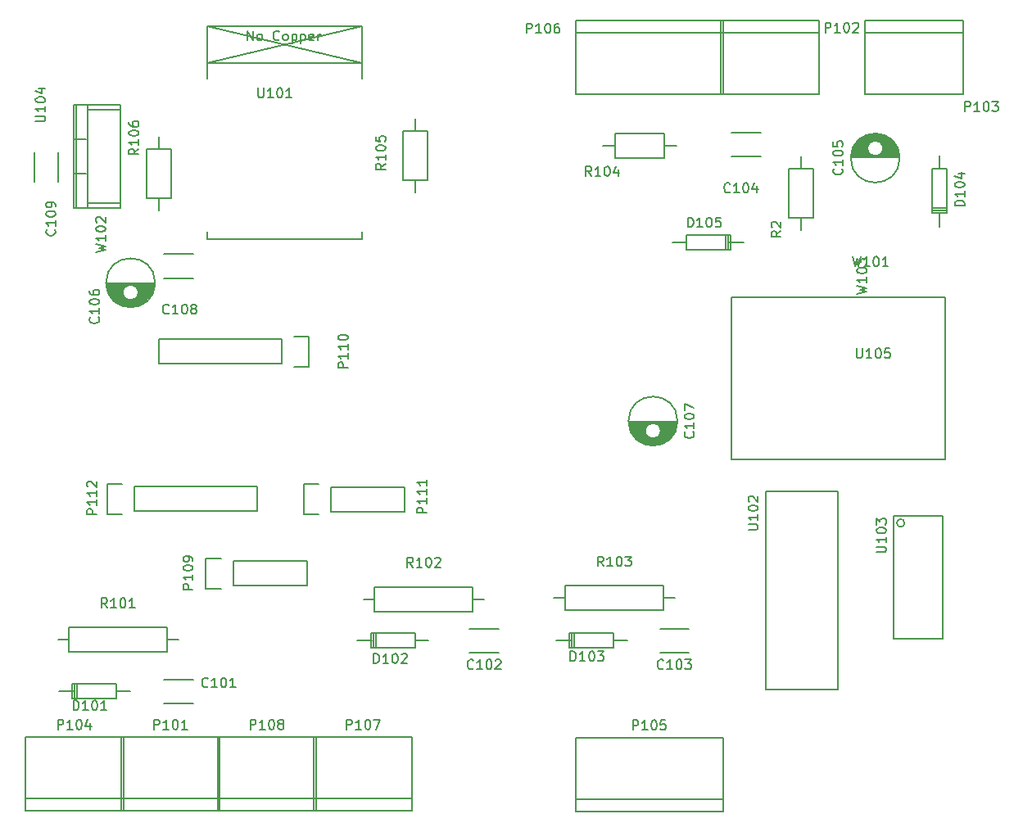
<source format=gbr>
G04 #@! TF.FileFunction,Legend,Top*
%FSLAX46Y46*%
G04 Gerber Fmt 4.6, Leading zero omitted, Abs format (unit mm)*
G04 Created by KiCad (PCBNEW 4.0.2+dfsg1-stable) date mié 17 may 2017 11:05:43 CEST*
%MOMM*%
G01*
G04 APERTURE LIST*
%ADD10C,0.100000*%
%ADD11C,0.150000*%
%ADD12C,0.152400*%
G04 APERTURE END LIST*
D10*
D11*
X131316520Y-109797460D02*
X132713520Y-109797460D01*
X126871520Y-109797460D02*
X125347520Y-109797460D01*
X127252520Y-109035460D02*
X127252520Y-110559460D01*
X126998520Y-109035460D02*
X126998520Y-110559460D01*
X126744520Y-109797460D02*
X126744520Y-110559460D01*
X126744520Y-110559460D02*
X131316520Y-110559460D01*
X131316520Y-110559460D02*
X131316520Y-109035460D01*
X131316520Y-109035460D02*
X126744520Y-109035460D01*
X126744520Y-109035460D02*
X126744520Y-109797460D01*
X185497460Y-61033480D02*
X185497460Y-59636480D01*
X185497460Y-65478480D02*
X185497460Y-67002480D01*
X184735460Y-65097480D02*
X186259460Y-65097480D01*
X184735460Y-65351480D02*
X186259460Y-65351480D01*
X185497460Y-65605480D02*
X186259460Y-65605480D01*
X186259460Y-65605480D02*
X186259460Y-61033480D01*
X186259460Y-61033480D02*
X184735460Y-61033480D01*
X184735460Y-61033480D02*
X184735460Y-65605480D01*
X184735460Y-65605480D02*
X185497460Y-65605480D01*
X100441520Y-114997460D02*
X101838520Y-114997460D01*
X95996520Y-114997460D02*
X94472520Y-114997460D01*
X96377520Y-114235460D02*
X96377520Y-115759460D01*
X96123520Y-114235460D02*
X96123520Y-115759460D01*
X95869520Y-114997460D02*
X95869520Y-115759460D01*
X95869520Y-115759460D02*
X100441520Y-115759460D01*
X100441520Y-115759460D02*
X100441520Y-114235460D01*
X100441520Y-114235460D02*
X95869520Y-114235460D01*
X95869520Y-114235460D02*
X95869520Y-114997460D01*
X108350000Y-116300000D02*
X105350000Y-116300000D01*
X105350000Y-113800000D02*
X108350000Y-113800000D01*
X139950000Y-111050000D02*
X136950000Y-111050000D01*
X136950000Y-108550000D02*
X139950000Y-108550000D01*
X159600000Y-111050000D02*
X156600000Y-111050000D01*
X156600000Y-108550000D02*
X159600000Y-108550000D01*
X167050000Y-59775000D02*
X164050000Y-59775000D01*
X164050000Y-57275000D02*
X167050000Y-57275000D01*
X151816520Y-109797460D02*
X153213520Y-109797460D01*
X147371520Y-109797460D02*
X145847520Y-109797460D01*
X147752520Y-109035460D02*
X147752520Y-110559460D01*
X147498520Y-109035460D02*
X147498520Y-110559460D01*
X147244520Y-109797460D02*
X147244520Y-110559460D01*
X147244520Y-110559460D02*
X151816520Y-110559460D01*
X151816520Y-110559460D02*
X151816520Y-109035460D01*
X151816520Y-109035460D02*
X147244520Y-109035460D01*
X147244520Y-109035460D02*
X147244520Y-109797460D01*
X162920000Y-46960000D02*
X173080000Y-46960000D01*
X162920000Y-45690000D02*
X162920000Y-53310000D01*
X162920000Y-53310000D02*
X173080000Y-53310000D01*
X173080000Y-53310000D02*
X173080000Y-45690000D01*
X173080000Y-45690000D02*
X162920000Y-45690000D01*
X177845000Y-46985000D02*
X188005000Y-46985000D01*
X177845000Y-45715000D02*
X177845000Y-53335000D01*
X177845000Y-53335000D02*
X188005000Y-53335000D01*
X188005000Y-53335000D02*
X188005000Y-45715000D01*
X188005000Y-45715000D02*
X177845000Y-45715000D01*
X163120000Y-45715000D02*
X163120000Y-53335000D01*
X147880000Y-45715000D02*
X147880000Y-53335000D01*
X163120000Y-46985000D02*
X147880000Y-46985000D01*
X163120000Y-53335000D02*
X147880000Y-53335000D01*
X163120000Y-45715000D02*
X147880000Y-45715000D01*
X169955000Y-66085000D02*
X169955000Y-61005000D01*
X169955000Y-61005000D02*
X172495000Y-61005000D01*
X172495000Y-61005000D02*
X172495000Y-66085000D01*
X172495000Y-66085000D02*
X169955000Y-66085000D01*
X171225000Y-66085000D02*
X171225000Y-67355000D01*
X171225000Y-61005000D02*
X171225000Y-59735000D01*
X151965000Y-57355000D02*
X157045000Y-57355000D01*
X157045000Y-57355000D02*
X157045000Y-59895000D01*
X157045000Y-59895000D02*
X151965000Y-59895000D01*
X151965000Y-59895000D02*
X151965000Y-57355000D01*
X151965000Y-58625000D02*
X150695000Y-58625000D01*
X157045000Y-58625000D02*
X158315000Y-58625000D01*
X175025000Y-94325000D02*
X175025000Y-114825000D01*
X175025000Y-114825000D02*
X167525000Y-114825000D01*
X167525000Y-114825000D02*
X167525000Y-94325000D01*
X167525000Y-94325000D02*
X175025000Y-94325000D01*
X181900780Y-97625000D02*
G75*
G03X181900780Y-97625000I-400780J0D01*
G01*
X180740000Y-96895000D02*
X180740000Y-109595000D01*
X180740000Y-109595000D02*
X185820000Y-109595000D01*
X185820000Y-109595000D02*
X185820000Y-96895000D01*
X185820000Y-96895000D02*
X180740000Y-96895000D01*
X176376000Y-59825000D02*
X181374000Y-59825000D01*
X176384000Y-59685000D02*
X178721000Y-59685000D01*
X179029000Y-59685000D02*
X181366000Y-59685000D01*
X176400000Y-59545000D02*
X178402000Y-59545000D01*
X179348000Y-59545000D02*
X181350000Y-59545000D01*
X176424000Y-59405000D02*
X178255000Y-59405000D01*
X179495000Y-59405000D02*
X181326000Y-59405000D01*
X176457000Y-59265000D02*
X178163000Y-59265000D01*
X179587000Y-59265000D02*
X181293000Y-59265000D01*
X176498000Y-59125000D02*
X178107000Y-59125000D01*
X179643000Y-59125000D02*
X181252000Y-59125000D01*
X176548000Y-58985000D02*
X178080000Y-58985000D01*
X179670000Y-58985000D02*
X181202000Y-58985000D01*
X176609000Y-58845000D02*
X178077000Y-58845000D01*
X179673000Y-58845000D02*
X181141000Y-58845000D01*
X176679000Y-58705000D02*
X178099000Y-58705000D01*
X179651000Y-58705000D02*
X181071000Y-58705000D01*
X176761000Y-58565000D02*
X178149000Y-58565000D01*
X179601000Y-58565000D02*
X180989000Y-58565000D01*
X176856000Y-58425000D02*
X178231000Y-58425000D01*
X179519000Y-58425000D02*
X180894000Y-58425000D01*
X176967000Y-58285000D02*
X178363000Y-58285000D01*
X179387000Y-58285000D02*
X180783000Y-58285000D01*
X177095000Y-58145000D02*
X178610000Y-58145000D01*
X179140000Y-58145000D02*
X180655000Y-58145000D01*
X177244000Y-58005000D02*
X180506000Y-58005000D01*
X177423000Y-57865000D02*
X180327000Y-57865000D01*
X177642000Y-57725000D02*
X180108000Y-57725000D01*
X177931000Y-57585000D02*
X179819000Y-57585000D01*
X178403000Y-57445000D02*
X179347000Y-57445000D01*
X179675000Y-58900000D02*
G75*
G03X179675000Y-58900000I-800000J0D01*
G01*
X181412500Y-59900000D02*
G75*
G03X181412500Y-59900000I-2537500J0D01*
G01*
X104399000Y-72875000D02*
X99401000Y-72875000D01*
X104391000Y-73015000D02*
X102054000Y-73015000D01*
X101746000Y-73015000D02*
X99409000Y-73015000D01*
X104375000Y-73155000D02*
X102373000Y-73155000D01*
X101427000Y-73155000D02*
X99425000Y-73155000D01*
X104351000Y-73295000D02*
X102520000Y-73295000D01*
X101280000Y-73295000D02*
X99449000Y-73295000D01*
X104318000Y-73435000D02*
X102612000Y-73435000D01*
X101188000Y-73435000D02*
X99482000Y-73435000D01*
X104277000Y-73575000D02*
X102668000Y-73575000D01*
X101132000Y-73575000D02*
X99523000Y-73575000D01*
X104227000Y-73715000D02*
X102695000Y-73715000D01*
X101105000Y-73715000D02*
X99573000Y-73715000D01*
X104166000Y-73855000D02*
X102698000Y-73855000D01*
X101102000Y-73855000D02*
X99634000Y-73855000D01*
X104096000Y-73995000D02*
X102676000Y-73995000D01*
X101124000Y-73995000D02*
X99704000Y-73995000D01*
X104014000Y-74135000D02*
X102626000Y-74135000D01*
X101174000Y-74135000D02*
X99786000Y-74135000D01*
X103919000Y-74275000D02*
X102544000Y-74275000D01*
X101256000Y-74275000D02*
X99881000Y-74275000D01*
X103808000Y-74415000D02*
X102412000Y-74415000D01*
X101388000Y-74415000D02*
X99992000Y-74415000D01*
X103680000Y-74555000D02*
X102165000Y-74555000D01*
X101635000Y-74555000D02*
X100120000Y-74555000D01*
X103531000Y-74695000D02*
X100269000Y-74695000D01*
X103352000Y-74835000D02*
X100448000Y-74835000D01*
X103133000Y-74975000D02*
X100667000Y-74975000D01*
X102844000Y-75115000D02*
X100956000Y-75115000D01*
X102372000Y-75255000D02*
X101428000Y-75255000D01*
X102700000Y-73800000D02*
G75*
G03X102700000Y-73800000I-800000J0D01*
G01*
X104437500Y-72800000D02*
G75*
G03X104437500Y-72800000I-2537500J0D01*
G01*
X158399000Y-87175000D02*
X153401000Y-87175000D01*
X158391000Y-87315000D02*
X156054000Y-87315000D01*
X155746000Y-87315000D02*
X153409000Y-87315000D01*
X158375000Y-87455000D02*
X156373000Y-87455000D01*
X155427000Y-87455000D02*
X153425000Y-87455000D01*
X158351000Y-87595000D02*
X156520000Y-87595000D01*
X155280000Y-87595000D02*
X153449000Y-87595000D01*
X158318000Y-87735000D02*
X156612000Y-87735000D01*
X155188000Y-87735000D02*
X153482000Y-87735000D01*
X158277000Y-87875000D02*
X156668000Y-87875000D01*
X155132000Y-87875000D02*
X153523000Y-87875000D01*
X158227000Y-88015000D02*
X156695000Y-88015000D01*
X155105000Y-88015000D02*
X153573000Y-88015000D01*
X158166000Y-88155000D02*
X156698000Y-88155000D01*
X155102000Y-88155000D02*
X153634000Y-88155000D01*
X158096000Y-88295000D02*
X156676000Y-88295000D01*
X155124000Y-88295000D02*
X153704000Y-88295000D01*
X158014000Y-88435000D02*
X156626000Y-88435000D01*
X155174000Y-88435000D02*
X153786000Y-88435000D01*
X157919000Y-88575000D02*
X156544000Y-88575000D01*
X155256000Y-88575000D02*
X153881000Y-88575000D01*
X157808000Y-88715000D02*
X156412000Y-88715000D01*
X155388000Y-88715000D02*
X153992000Y-88715000D01*
X157680000Y-88855000D02*
X156165000Y-88855000D01*
X155635000Y-88855000D02*
X154120000Y-88855000D01*
X157531000Y-88995000D02*
X154269000Y-88995000D01*
X157352000Y-89135000D02*
X154448000Y-89135000D01*
X157133000Y-89275000D02*
X154667000Y-89275000D01*
X156844000Y-89415000D02*
X154956000Y-89415000D01*
X156372000Y-89555000D02*
X155428000Y-89555000D01*
X156700000Y-88100000D02*
G75*
G03X156700000Y-88100000I-800000J0D01*
G01*
X158437500Y-87100000D02*
G75*
G03X158437500Y-87100000I-2537500J0D01*
G01*
X163999000Y-91082000D02*
X163999000Y-74318000D01*
X163999000Y-74318000D02*
X186097000Y-74318000D01*
X186097000Y-74318000D02*
X186097000Y-91082000D01*
X186097000Y-91082000D02*
X163999000Y-91082000D01*
X108350000Y-72350000D02*
X105350000Y-72350000D01*
X105350000Y-69850000D02*
X108350000Y-69850000D01*
X91950000Y-62350000D02*
X91950000Y-59350000D01*
X94450000Y-59350000D02*
X94450000Y-62350000D01*
X117522500Y-81172500D02*
X104822500Y-81172500D01*
X104822500Y-81172500D02*
X104822500Y-78632500D01*
X104822500Y-78632500D02*
X117522500Y-78632500D01*
X120342500Y-81452500D02*
X118792500Y-81452500D01*
X117522500Y-81172500D02*
X117522500Y-78632500D01*
X118792500Y-78352500D02*
X120342500Y-78352500D01*
X120342500Y-78352500D02*
X120342500Y-81452500D01*
X112495000Y-104120000D02*
X120115000Y-104120000D01*
X112495000Y-101580000D02*
X120115000Y-101580000D01*
X109675000Y-101300000D02*
X111225000Y-101300000D01*
X120115000Y-104120000D02*
X120115000Y-101580000D01*
X112495000Y-101580000D02*
X112495000Y-104120000D01*
X111225000Y-104400000D02*
X109675000Y-104400000D01*
X109675000Y-104400000D02*
X109675000Y-101300000D01*
X122592500Y-96452500D02*
X130212500Y-96452500D01*
X122592500Y-93912500D02*
X130212500Y-93912500D01*
X119772500Y-93632500D02*
X121322500Y-93632500D01*
X130212500Y-96452500D02*
X130212500Y-93912500D01*
X122592500Y-93912500D02*
X122592500Y-96452500D01*
X121322500Y-96732500D02*
X119772500Y-96732500D01*
X119772500Y-96732500D02*
X119772500Y-93632500D01*
X102282500Y-93872500D02*
X114982500Y-93872500D01*
X114982500Y-93872500D02*
X114982500Y-96412500D01*
X114982500Y-96412500D02*
X102282500Y-96412500D01*
X99462500Y-93592500D02*
X101012500Y-93592500D01*
X102282500Y-93872500D02*
X102282500Y-96412500D01*
X101012500Y-96692500D02*
X99462500Y-96692500D01*
X99462500Y-96692500D02*
X99462500Y-93592500D01*
X159333480Y-68627540D02*
X157936480Y-68627540D01*
X163778480Y-68627540D02*
X165302480Y-68627540D01*
X163397480Y-69389540D02*
X163397480Y-67865540D01*
X163651480Y-69389540D02*
X163651480Y-67865540D01*
X163905480Y-68627540D02*
X163905480Y-67865540D01*
X163905480Y-67865540D02*
X159333480Y-67865540D01*
X159333480Y-67865540D02*
X159333480Y-69389540D01*
X159333480Y-69389540D02*
X163905480Y-69389540D01*
X163905480Y-69389540D02*
X163905480Y-68627540D01*
X130030000Y-62160000D02*
X130030000Y-57080000D01*
X130030000Y-57080000D02*
X132570000Y-57080000D01*
X132570000Y-57080000D02*
X132570000Y-62160000D01*
X132570000Y-62160000D02*
X130030000Y-62160000D01*
X131300000Y-62160000D02*
X131300000Y-63430000D01*
X131300000Y-57080000D02*
X131300000Y-55810000D01*
X103530000Y-64060000D02*
X103530000Y-58980000D01*
X103530000Y-58980000D02*
X106070000Y-58980000D01*
X106070000Y-58980000D02*
X106070000Y-64060000D01*
X106070000Y-64060000D02*
X103530000Y-64060000D01*
X104800000Y-64060000D02*
X104800000Y-65330000D01*
X104800000Y-58980000D02*
X104800000Y-57710000D01*
X97449000Y-54874000D02*
X100878000Y-54874000D01*
X97449000Y-64526000D02*
X100878000Y-64526000D01*
X96306000Y-54366000D02*
X96306000Y-65034000D01*
X97322000Y-57922000D02*
X96052000Y-57922000D01*
X97322000Y-61478000D02*
X96052000Y-61478000D01*
X97449000Y-65034000D02*
X97449000Y-54366000D01*
X100878000Y-54366000D02*
X100878000Y-65034000D01*
X96052000Y-65034000D02*
X100878000Y-65034000D01*
X96052000Y-54366000D02*
X100878000Y-54366000D01*
X96052000Y-54366000D02*
X96052000Y-65034000D01*
X147880000Y-127460000D02*
X147880000Y-119840000D01*
X163120000Y-127460000D02*
X163120000Y-119840000D01*
X147880000Y-126190000D02*
X163120000Y-126190000D01*
X147880000Y-119840000D02*
X163120000Y-119840000D01*
X147880000Y-127460000D02*
X163120000Y-127460000D01*
X111105000Y-126140000D02*
X100945000Y-126140000D01*
X111105000Y-127410000D02*
X111105000Y-119790000D01*
X111105000Y-119790000D02*
X100945000Y-119790000D01*
X100945000Y-119790000D02*
X100945000Y-127410000D01*
X100945000Y-127410000D02*
X111105000Y-127410000D01*
X101155000Y-126140000D02*
X90995000Y-126140000D01*
X101155000Y-127410000D02*
X101155000Y-119790000D01*
X101155000Y-119790000D02*
X90995000Y-119790000D01*
X90995000Y-119790000D02*
X90995000Y-127410000D01*
X90995000Y-127410000D02*
X101155000Y-127410000D01*
X131005000Y-126140000D02*
X120845000Y-126140000D01*
X131005000Y-127410000D02*
X131005000Y-119790000D01*
X131005000Y-119790000D02*
X120845000Y-119790000D01*
X120845000Y-119790000D02*
X120845000Y-127410000D01*
X120845000Y-127410000D02*
X131005000Y-127410000D01*
X121055000Y-126140000D02*
X110895000Y-126140000D01*
X121055000Y-127410000D02*
X121055000Y-119790000D01*
X121055000Y-119790000D02*
X110895000Y-119790000D01*
X110895000Y-119790000D02*
X110895000Y-127410000D01*
X110895000Y-127410000D02*
X121055000Y-127410000D01*
X95520000Y-108430000D02*
X95520000Y-110970000D01*
X95520000Y-110970000D02*
X105680000Y-110970000D01*
X105680000Y-110970000D02*
X105680000Y-108430000D01*
X105680000Y-108430000D02*
X95520000Y-108430000D01*
X106830000Y-109700000D02*
X105680000Y-109700000D01*
X94370000Y-109700000D02*
X95520000Y-109700000D01*
X127120000Y-104230000D02*
X127120000Y-106770000D01*
X127120000Y-106770000D02*
X137280000Y-106770000D01*
X137280000Y-106770000D02*
X137280000Y-104230000D01*
X137280000Y-104230000D02*
X127120000Y-104230000D01*
X138430000Y-105500000D02*
X137280000Y-105500000D01*
X125970000Y-105500000D02*
X127120000Y-105500000D01*
X146820000Y-104130000D02*
X146820000Y-106670000D01*
X146820000Y-106670000D02*
X156980000Y-106670000D01*
X156980000Y-106670000D02*
X156980000Y-104130000D01*
X156980000Y-104130000D02*
X146820000Y-104130000D01*
X158130000Y-105400000D02*
X156980000Y-105400000D01*
X145670000Y-105400000D02*
X146820000Y-105400000D01*
D12*
X109800000Y-46300000D02*
X125800000Y-46300000D01*
X125800000Y-46300000D02*
X125800000Y-51700000D01*
X109800000Y-46300000D02*
X109800000Y-51700000D01*
X109800000Y-67500000D02*
X109800000Y-68300000D01*
X109800000Y-68300000D02*
X125800000Y-68300000D01*
X125800000Y-68300000D02*
X125800000Y-67500000D01*
X125800000Y-46300000D02*
X109800000Y-50100000D01*
X109800000Y-46300000D02*
X125800000Y-50100000D01*
X109792000Y-50100000D02*
X125792000Y-50100000D01*
D11*
X127039524Y-112142381D02*
X127039524Y-111142381D01*
X127277619Y-111142381D01*
X127420477Y-111190000D01*
X127515715Y-111285238D01*
X127563334Y-111380476D01*
X127610953Y-111570952D01*
X127610953Y-111713810D01*
X127563334Y-111904286D01*
X127515715Y-111999524D01*
X127420477Y-112094762D01*
X127277619Y-112142381D01*
X127039524Y-112142381D01*
X128563334Y-112142381D02*
X127991905Y-112142381D01*
X128277619Y-112142381D02*
X128277619Y-111142381D01*
X128182381Y-111285238D01*
X128087143Y-111380476D01*
X127991905Y-111428095D01*
X129182381Y-111142381D02*
X129277620Y-111142381D01*
X129372858Y-111190000D01*
X129420477Y-111237619D01*
X129468096Y-111332857D01*
X129515715Y-111523333D01*
X129515715Y-111761429D01*
X129468096Y-111951905D01*
X129420477Y-112047143D01*
X129372858Y-112094762D01*
X129277620Y-112142381D01*
X129182381Y-112142381D01*
X129087143Y-112094762D01*
X129039524Y-112047143D01*
X128991905Y-111951905D01*
X128944286Y-111761429D01*
X128944286Y-111523333D01*
X128991905Y-111332857D01*
X129039524Y-111237619D01*
X129087143Y-111190000D01*
X129182381Y-111142381D01*
X129896667Y-111237619D02*
X129944286Y-111190000D01*
X130039524Y-111142381D01*
X130277620Y-111142381D01*
X130372858Y-111190000D01*
X130420477Y-111237619D01*
X130468096Y-111332857D01*
X130468096Y-111428095D01*
X130420477Y-111570952D01*
X129849048Y-112142381D01*
X130468096Y-112142381D01*
X188102381Y-64850476D02*
X187102381Y-64850476D01*
X187102381Y-64612381D01*
X187150000Y-64469523D01*
X187245238Y-64374285D01*
X187340476Y-64326666D01*
X187530952Y-64279047D01*
X187673810Y-64279047D01*
X187864286Y-64326666D01*
X187959524Y-64374285D01*
X188054762Y-64469523D01*
X188102381Y-64612381D01*
X188102381Y-64850476D01*
X188102381Y-63326666D02*
X188102381Y-63898095D01*
X188102381Y-63612381D02*
X187102381Y-63612381D01*
X187245238Y-63707619D01*
X187340476Y-63802857D01*
X187388095Y-63898095D01*
X187102381Y-62707619D02*
X187102381Y-62612380D01*
X187150000Y-62517142D01*
X187197619Y-62469523D01*
X187292857Y-62421904D01*
X187483333Y-62374285D01*
X187721429Y-62374285D01*
X187911905Y-62421904D01*
X188007143Y-62469523D01*
X188054762Y-62517142D01*
X188102381Y-62612380D01*
X188102381Y-62707619D01*
X188054762Y-62802857D01*
X188007143Y-62850476D01*
X187911905Y-62898095D01*
X187721429Y-62945714D01*
X187483333Y-62945714D01*
X187292857Y-62898095D01*
X187197619Y-62850476D01*
X187150000Y-62802857D01*
X187102381Y-62707619D01*
X187435714Y-61517142D02*
X188102381Y-61517142D01*
X187054762Y-61755238D02*
X187769048Y-61993333D01*
X187769048Y-61374285D01*
X95994524Y-116992381D02*
X95994524Y-115992381D01*
X96232619Y-115992381D01*
X96375477Y-116040000D01*
X96470715Y-116135238D01*
X96518334Y-116230476D01*
X96565953Y-116420952D01*
X96565953Y-116563810D01*
X96518334Y-116754286D01*
X96470715Y-116849524D01*
X96375477Y-116944762D01*
X96232619Y-116992381D01*
X95994524Y-116992381D01*
X97518334Y-116992381D02*
X96946905Y-116992381D01*
X97232619Y-116992381D02*
X97232619Y-115992381D01*
X97137381Y-116135238D01*
X97042143Y-116230476D01*
X96946905Y-116278095D01*
X98137381Y-115992381D02*
X98232620Y-115992381D01*
X98327858Y-116040000D01*
X98375477Y-116087619D01*
X98423096Y-116182857D01*
X98470715Y-116373333D01*
X98470715Y-116611429D01*
X98423096Y-116801905D01*
X98375477Y-116897143D01*
X98327858Y-116944762D01*
X98232620Y-116992381D01*
X98137381Y-116992381D01*
X98042143Y-116944762D01*
X97994524Y-116897143D01*
X97946905Y-116801905D01*
X97899286Y-116611429D01*
X97899286Y-116373333D01*
X97946905Y-116182857D01*
X97994524Y-116087619D01*
X98042143Y-116040000D01*
X98137381Y-115992381D01*
X99423096Y-116992381D02*
X98851667Y-116992381D01*
X99137381Y-116992381D02*
X99137381Y-115992381D01*
X99042143Y-116135238D01*
X98946905Y-116230476D01*
X98851667Y-116278095D01*
X109905953Y-114532143D02*
X109858334Y-114579762D01*
X109715477Y-114627381D01*
X109620239Y-114627381D01*
X109477381Y-114579762D01*
X109382143Y-114484524D01*
X109334524Y-114389286D01*
X109286905Y-114198810D01*
X109286905Y-114055952D01*
X109334524Y-113865476D01*
X109382143Y-113770238D01*
X109477381Y-113675000D01*
X109620239Y-113627381D01*
X109715477Y-113627381D01*
X109858334Y-113675000D01*
X109905953Y-113722619D01*
X110858334Y-114627381D02*
X110286905Y-114627381D01*
X110572619Y-114627381D02*
X110572619Y-113627381D01*
X110477381Y-113770238D01*
X110382143Y-113865476D01*
X110286905Y-113913095D01*
X111477381Y-113627381D02*
X111572620Y-113627381D01*
X111667858Y-113675000D01*
X111715477Y-113722619D01*
X111763096Y-113817857D01*
X111810715Y-114008333D01*
X111810715Y-114246429D01*
X111763096Y-114436905D01*
X111715477Y-114532143D01*
X111667858Y-114579762D01*
X111572620Y-114627381D01*
X111477381Y-114627381D01*
X111382143Y-114579762D01*
X111334524Y-114532143D01*
X111286905Y-114436905D01*
X111239286Y-114246429D01*
X111239286Y-114008333D01*
X111286905Y-113817857D01*
X111334524Y-113722619D01*
X111382143Y-113675000D01*
X111477381Y-113627381D01*
X112763096Y-114627381D02*
X112191667Y-114627381D01*
X112477381Y-114627381D02*
X112477381Y-113627381D01*
X112382143Y-113770238D01*
X112286905Y-113865476D01*
X112191667Y-113913095D01*
X137330953Y-112657143D02*
X137283334Y-112704762D01*
X137140477Y-112752381D01*
X137045239Y-112752381D01*
X136902381Y-112704762D01*
X136807143Y-112609524D01*
X136759524Y-112514286D01*
X136711905Y-112323810D01*
X136711905Y-112180952D01*
X136759524Y-111990476D01*
X136807143Y-111895238D01*
X136902381Y-111800000D01*
X137045239Y-111752381D01*
X137140477Y-111752381D01*
X137283334Y-111800000D01*
X137330953Y-111847619D01*
X138283334Y-112752381D02*
X137711905Y-112752381D01*
X137997619Y-112752381D02*
X137997619Y-111752381D01*
X137902381Y-111895238D01*
X137807143Y-111990476D01*
X137711905Y-112038095D01*
X138902381Y-111752381D02*
X138997620Y-111752381D01*
X139092858Y-111800000D01*
X139140477Y-111847619D01*
X139188096Y-111942857D01*
X139235715Y-112133333D01*
X139235715Y-112371429D01*
X139188096Y-112561905D01*
X139140477Y-112657143D01*
X139092858Y-112704762D01*
X138997620Y-112752381D01*
X138902381Y-112752381D01*
X138807143Y-112704762D01*
X138759524Y-112657143D01*
X138711905Y-112561905D01*
X138664286Y-112371429D01*
X138664286Y-112133333D01*
X138711905Y-111942857D01*
X138759524Y-111847619D01*
X138807143Y-111800000D01*
X138902381Y-111752381D01*
X139616667Y-111847619D02*
X139664286Y-111800000D01*
X139759524Y-111752381D01*
X139997620Y-111752381D01*
X140092858Y-111800000D01*
X140140477Y-111847619D01*
X140188096Y-111942857D01*
X140188096Y-112038095D01*
X140140477Y-112180952D01*
X139569048Y-112752381D01*
X140188096Y-112752381D01*
X156980953Y-112657143D02*
X156933334Y-112704762D01*
X156790477Y-112752381D01*
X156695239Y-112752381D01*
X156552381Y-112704762D01*
X156457143Y-112609524D01*
X156409524Y-112514286D01*
X156361905Y-112323810D01*
X156361905Y-112180952D01*
X156409524Y-111990476D01*
X156457143Y-111895238D01*
X156552381Y-111800000D01*
X156695239Y-111752381D01*
X156790477Y-111752381D01*
X156933334Y-111800000D01*
X156980953Y-111847619D01*
X157933334Y-112752381D02*
X157361905Y-112752381D01*
X157647619Y-112752381D02*
X157647619Y-111752381D01*
X157552381Y-111895238D01*
X157457143Y-111990476D01*
X157361905Y-112038095D01*
X158552381Y-111752381D02*
X158647620Y-111752381D01*
X158742858Y-111800000D01*
X158790477Y-111847619D01*
X158838096Y-111942857D01*
X158885715Y-112133333D01*
X158885715Y-112371429D01*
X158838096Y-112561905D01*
X158790477Y-112657143D01*
X158742858Y-112704762D01*
X158647620Y-112752381D01*
X158552381Y-112752381D01*
X158457143Y-112704762D01*
X158409524Y-112657143D01*
X158361905Y-112561905D01*
X158314286Y-112371429D01*
X158314286Y-112133333D01*
X158361905Y-111942857D01*
X158409524Y-111847619D01*
X158457143Y-111800000D01*
X158552381Y-111752381D01*
X159219048Y-111752381D02*
X159838096Y-111752381D01*
X159504762Y-112133333D01*
X159647620Y-112133333D01*
X159742858Y-112180952D01*
X159790477Y-112228571D01*
X159838096Y-112323810D01*
X159838096Y-112561905D01*
X159790477Y-112657143D01*
X159742858Y-112704762D01*
X159647620Y-112752381D01*
X159361905Y-112752381D01*
X159266667Y-112704762D01*
X159219048Y-112657143D01*
X163880953Y-63382143D02*
X163833334Y-63429762D01*
X163690477Y-63477381D01*
X163595239Y-63477381D01*
X163452381Y-63429762D01*
X163357143Y-63334524D01*
X163309524Y-63239286D01*
X163261905Y-63048810D01*
X163261905Y-62905952D01*
X163309524Y-62715476D01*
X163357143Y-62620238D01*
X163452381Y-62525000D01*
X163595239Y-62477381D01*
X163690477Y-62477381D01*
X163833334Y-62525000D01*
X163880953Y-62572619D01*
X164833334Y-63477381D02*
X164261905Y-63477381D01*
X164547619Y-63477381D02*
X164547619Y-62477381D01*
X164452381Y-62620238D01*
X164357143Y-62715476D01*
X164261905Y-62763095D01*
X165452381Y-62477381D02*
X165547620Y-62477381D01*
X165642858Y-62525000D01*
X165690477Y-62572619D01*
X165738096Y-62667857D01*
X165785715Y-62858333D01*
X165785715Y-63096429D01*
X165738096Y-63286905D01*
X165690477Y-63382143D01*
X165642858Y-63429762D01*
X165547620Y-63477381D01*
X165452381Y-63477381D01*
X165357143Y-63429762D01*
X165309524Y-63382143D01*
X165261905Y-63286905D01*
X165214286Y-63096429D01*
X165214286Y-62858333D01*
X165261905Y-62667857D01*
X165309524Y-62572619D01*
X165357143Y-62525000D01*
X165452381Y-62477381D01*
X166642858Y-62810714D02*
X166642858Y-63477381D01*
X166404762Y-62429762D02*
X166166667Y-63144048D01*
X166785715Y-63144048D01*
X147369524Y-111912381D02*
X147369524Y-110912381D01*
X147607619Y-110912381D01*
X147750477Y-110960000D01*
X147845715Y-111055238D01*
X147893334Y-111150476D01*
X147940953Y-111340952D01*
X147940953Y-111483810D01*
X147893334Y-111674286D01*
X147845715Y-111769524D01*
X147750477Y-111864762D01*
X147607619Y-111912381D01*
X147369524Y-111912381D01*
X148893334Y-111912381D02*
X148321905Y-111912381D01*
X148607619Y-111912381D02*
X148607619Y-110912381D01*
X148512381Y-111055238D01*
X148417143Y-111150476D01*
X148321905Y-111198095D01*
X149512381Y-110912381D02*
X149607620Y-110912381D01*
X149702858Y-110960000D01*
X149750477Y-111007619D01*
X149798096Y-111102857D01*
X149845715Y-111293333D01*
X149845715Y-111531429D01*
X149798096Y-111721905D01*
X149750477Y-111817143D01*
X149702858Y-111864762D01*
X149607620Y-111912381D01*
X149512381Y-111912381D01*
X149417143Y-111864762D01*
X149369524Y-111817143D01*
X149321905Y-111721905D01*
X149274286Y-111531429D01*
X149274286Y-111293333D01*
X149321905Y-111102857D01*
X149369524Y-111007619D01*
X149417143Y-110960000D01*
X149512381Y-110912381D01*
X150179048Y-110912381D02*
X150798096Y-110912381D01*
X150464762Y-111293333D01*
X150607620Y-111293333D01*
X150702858Y-111340952D01*
X150750477Y-111388571D01*
X150798096Y-111483810D01*
X150798096Y-111721905D01*
X150750477Y-111817143D01*
X150702858Y-111864762D01*
X150607620Y-111912381D01*
X150321905Y-111912381D01*
X150226667Y-111864762D01*
X150179048Y-111817143D01*
X173719524Y-46912381D02*
X173719524Y-45912381D01*
X174100477Y-45912381D01*
X174195715Y-45960000D01*
X174243334Y-46007619D01*
X174290953Y-46102857D01*
X174290953Y-46245714D01*
X174243334Y-46340952D01*
X174195715Y-46388571D01*
X174100477Y-46436190D01*
X173719524Y-46436190D01*
X175243334Y-46912381D02*
X174671905Y-46912381D01*
X174957619Y-46912381D02*
X174957619Y-45912381D01*
X174862381Y-46055238D01*
X174767143Y-46150476D01*
X174671905Y-46198095D01*
X175862381Y-45912381D02*
X175957620Y-45912381D01*
X176052858Y-45960000D01*
X176100477Y-46007619D01*
X176148096Y-46102857D01*
X176195715Y-46293333D01*
X176195715Y-46531429D01*
X176148096Y-46721905D01*
X176100477Y-46817143D01*
X176052858Y-46864762D01*
X175957620Y-46912381D01*
X175862381Y-46912381D01*
X175767143Y-46864762D01*
X175719524Y-46817143D01*
X175671905Y-46721905D01*
X175624286Y-46531429D01*
X175624286Y-46293333D01*
X175671905Y-46102857D01*
X175719524Y-46007619D01*
X175767143Y-45960000D01*
X175862381Y-45912381D01*
X176576667Y-46007619D02*
X176624286Y-45960000D01*
X176719524Y-45912381D01*
X176957620Y-45912381D01*
X177052858Y-45960000D01*
X177100477Y-46007619D01*
X177148096Y-46102857D01*
X177148096Y-46198095D01*
X177100477Y-46340952D01*
X176529048Y-46912381D01*
X177148096Y-46912381D01*
X188154524Y-55077381D02*
X188154524Y-54077381D01*
X188535477Y-54077381D01*
X188630715Y-54125000D01*
X188678334Y-54172619D01*
X188725953Y-54267857D01*
X188725953Y-54410714D01*
X188678334Y-54505952D01*
X188630715Y-54553571D01*
X188535477Y-54601190D01*
X188154524Y-54601190D01*
X189678334Y-55077381D02*
X189106905Y-55077381D01*
X189392619Y-55077381D02*
X189392619Y-54077381D01*
X189297381Y-54220238D01*
X189202143Y-54315476D01*
X189106905Y-54363095D01*
X190297381Y-54077381D02*
X190392620Y-54077381D01*
X190487858Y-54125000D01*
X190535477Y-54172619D01*
X190583096Y-54267857D01*
X190630715Y-54458333D01*
X190630715Y-54696429D01*
X190583096Y-54886905D01*
X190535477Y-54982143D01*
X190487858Y-55029762D01*
X190392620Y-55077381D01*
X190297381Y-55077381D01*
X190202143Y-55029762D01*
X190154524Y-54982143D01*
X190106905Y-54886905D01*
X190059286Y-54696429D01*
X190059286Y-54458333D01*
X190106905Y-54267857D01*
X190154524Y-54172619D01*
X190202143Y-54125000D01*
X190297381Y-54077381D01*
X190964048Y-54077381D02*
X191583096Y-54077381D01*
X191249762Y-54458333D01*
X191392620Y-54458333D01*
X191487858Y-54505952D01*
X191535477Y-54553571D01*
X191583096Y-54648810D01*
X191583096Y-54886905D01*
X191535477Y-54982143D01*
X191487858Y-55029762D01*
X191392620Y-55077381D01*
X191106905Y-55077381D01*
X191011667Y-55029762D01*
X190964048Y-54982143D01*
X142839524Y-46977381D02*
X142839524Y-45977381D01*
X143220477Y-45977381D01*
X143315715Y-46025000D01*
X143363334Y-46072619D01*
X143410953Y-46167857D01*
X143410953Y-46310714D01*
X143363334Y-46405952D01*
X143315715Y-46453571D01*
X143220477Y-46501190D01*
X142839524Y-46501190D01*
X144363334Y-46977381D02*
X143791905Y-46977381D01*
X144077619Y-46977381D02*
X144077619Y-45977381D01*
X143982381Y-46120238D01*
X143887143Y-46215476D01*
X143791905Y-46263095D01*
X144982381Y-45977381D02*
X145077620Y-45977381D01*
X145172858Y-46025000D01*
X145220477Y-46072619D01*
X145268096Y-46167857D01*
X145315715Y-46358333D01*
X145315715Y-46596429D01*
X145268096Y-46786905D01*
X145220477Y-46882143D01*
X145172858Y-46929762D01*
X145077620Y-46977381D01*
X144982381Y-46977381D01*
X144887143Y-46929762D01*
X144839524Y-46882143D01*
X144791905Y-46786905D01*
X144744286Y-46596429D01*
X144744286Y-46358333D01*
X144791905Y-46167857D01*
X144839524Y-46072619D01*
X144887143Y-46025000D01*
X144982381Y-45977381D01*
X146172858Y-45977381D02*
X145982381Y-45977381D01*
X145887143Y-46025000D01*
X145839524Y-46072619D01*
X145744286Y-46215476D01*
X145696667Y-46405952D01*
X145696667Y-46786905D01*
X145744286Y-46882143D01*
X145791905Y-46929762D01*
X145887143Y-46977381D01*
X146077620Y-46977381D01*
X146172858Y-46929762D01*
X146220477Y-46882143D01*
X146268096Y-46786905D01*
X146268096Y-46548810D01*
X146220477Y-46453571D01*
X146172858Y-46405952D01*
X146077620Y-46358333D01*
X145887143Y-46358333D01*
X145791905Y-46405952D01*
X145744286Y-46453571D01*
X145696667Y-46548810D01*
X169117381Y-67451666D02*
X168641190Y-67785000D01*
X169117381Y-68023095D02*
X168117381Y-68023095D01*
X168117381Y-67642142D01*
X168165000Y-67546904D01*
X168212619Y-67499285D01*
X168307857Y-67451666D01*
X168450714Y-67451666D01*
X168545952Y-67499285D01*
X168593571Y-67546904D01*
X168641190Y-67642142D01*
X168641190Y-68023095D01*
X168212619Y-67070714D02*
X168165000Y-67023095D01*
X168117381Y-66927857D01*
X168117381Y-66689761D01*
X168165000Y-66594523D01*
X168212619Y-66546904D01*
X168307857Y-66499285D01*
X168403095Y-66499285D01*
X168545952Y-66546904D01*
X169117381Y-67118333D01*
X169117381Y-66499285D01*
X149535953Y-61767381D02*
X149202619Y-61291190D01*
X148964524Y-61767381D02*
X148964524Y-60767381D01*
X149345477Y-60767381D01*
X149440715Y-60815000D01*
X149488334Y-60862619D01*
X149535953Y-60957857D01*
X149535953Y-61100714D01*
X149488334Y-61195952D01*
X149440715Y-61243571D01*
X149345477Y-61291190D01*
X148964524Y-61291190D01*
X150488334Y-61767381D02*
X149916905Y-61767381D01*
X150202619Y-61767381D02*
X150202619Y-60767381D01*
X150107381Y-60910238D01*
X150012143Y-61005476D01*
X149916905Y-61053095D01*
X151107381Y-60767381D02*
X151202620Y-60767381D01*
X151297858Y-60815000D01*
X151345477Y-60862619D01*
X151393096Y-60957857D01*
X151440715Y-61148333D01*
X151440715Y-61386429D01*
X151393096Y-61576905D01*
X151345477Y-61672143D01*
X151297858Y-61719762D01*
X151202620Y-61767381D01*
X151107381Y-61767381D01*
X151012143Y-61719762D01*
X150964524Y-61672143D01*
X150916905Y-61576905D01*
X150869286Y-61386429D01*
X150869286Y-61148333D01*
X150916905Y-60957857D01*
X150964524Y-60862619D01*
X151012143Y-60815000D01*
X151107381Y-60767381D01*
X152297858Y-61100714D02*
X152297858Y-61767381D01*
X152059762Y-60719762D02*
X151821667Y-61434048D01*
X152440715Y-61434048D01*
X165747381Y-98329286D02*
X166556905Y-98329286D01*
X166652143Y-98281667D01*
X166699762Y-98234048D01*
X166747381Y-98138810D01*
X166747381Y-97948333D01*
X166699762Y-97853095D01*
X166652143Y-97805476D01*
X166556905Y-97757857D01*
X165747381Y-97757857D01*
X166747381Y-96757857D02*
X166747381Y-97329286D01*
X166747381Y-97043572D02*
X165747381Y-97043572D01*
X165890238Y-97138810D01*
X165985476Y-97234048D01*
X166033095Y-97329286D01*
X165747381Y-96138810D02*
X165747381Y-96043571D01*
X165795000Y-95948333D01*
X165842619Y-95900714D01*
X165937857Y-95853095D01*
X166128333Y-95805476D01*
X166366429Y-95805476D01*
X166556905Y-95853095D01*
X166652143Y-95900714D01*
X166699762Y-95948333D01*
X166747381Y-96043571D01*
X166747381Y-96138810D01*
X166699762Y-96234048D01*
X166652143Y-96281667D01*
X166556905Y-96329286D01*
X166366429Y-96376905D01*
X166128333Y-96376905D01*
X165937857Y-96329286D01*
X165842619Y-96281667D01*
X165795000Y-96234048D01*
X165747381Y-96138810D01*
X165842619Y-95424524D02*
X165795000Y-95376905D01*
X165747381Y-95281667D01*
X165747381Y-95043571D01*
X165795000Y-94948333D01*
X165842619Y-94900714D01*
X165937857Y-94853095D01*
X166033095Y-94853095D01*
X166175952Y-94900714D01*
X166747381Y-95472143D01*
X166747381Y-94853095D01*
X178992381Y-100649286D02*
X179801905Y-100649286D01*
X179897143Y-100601667D01*
X179944762Y-100554048D01*
X179992381Y-100458810D01*
X179992381Y-100268333D01*
X179944762Y-100173095D01*
X179897143Y-100125476D01*
X179801905Y-100077857D01*
X178992381Y-100077857D01*
X179992381Y-99077857D02*
X179992381Y-99649286D01*
X179992381Y-99363572D02*
X178992381Y-99363572D01*
X179135238Y-99458810D01*
X179230476Y-99554048D01*
X179278095Y-99649286D01*
X178992381Y-98458810D02*
X178992381Y-98363571D01*
X179040000Y-98268333D01*
X179087619Y-98220714D01*
X179182857Y-98173095D01*
X179373333Y-98125476D01*
X179611429Y-98125476D01*
X179801905Y-98173095D01*
X179897143Y-98220714D01*
X179944762Y-98268333D01*
X179992381Y-98363571D01*
X179992381Y-98458810D01*
X179944762Y-98554048D01*
X179897143Y-98601667D01*
X179801905Y-98649286D01*
X179611429Y-98696905D01*
X179373333Y-98696905D01*
X179182857Y-98649286D01*
X179087619Y-98601667D01*
X179040000Y-98554048D01*
X178992381Y-98458810D01*
X178992381Y-97792143D02*
X178992381Y-97173095D01*
X179373333Y-97506429D01*
X179373333Y-97363571D01*
X179420952Y-97268333D01*
X179468571Y-97220714D01*
X179563810Y-97173095D01*
X179801905Y-97173095D01*
X179897143Y-97220714D01*
X179944762Y-97268333D01*
X179992381Y-97363571D01*
X179992381Y-97649286D01*
X179944762Y-97744524D01*
X179897143Y-97792143D01*
X175432143Y-61019047D02*
X175479762Y-61066666D01*
X175527381Y-61209523D01*
X175527381Y-61304761D01*
X175479762Y-61447619D01*
X175384524Y-61542857D01*
X175289286Y-61590476D01*
X175098810Y-61638095D01*
X174955952Y-61638095D01*
X174765476Y-61590476D01*
X174670238Y-61542857D01*
X174575000Y-61447619D01*
X174527381Y-61304761D01*
X174527381Y-61209523D01*
X174575000Y-61066666D01*
X174622619Y-61019047D01*
X175527381Y-60066666D02*
X175527381Y-60638095D01*
X175527381Y-60352381D02*
X174527381Y-60352381D01*
X174670238Y-60447619D01*
X174765476Y-60542857D01*
X174813095Y-60638095D01*
X174527381Y-59447619D02*
X174527381Y-59352380D01*
X174575000Y-59257142D01*
X174622619Y-59209523D01*
X174717857Y-59161904D01*
X174908333Y-59114285D01*
X175146429Y-59114285D01*
X175336905Y-59161904D01*
X175432143Y-59209523D01*
X175479762Y-59257142D01*
X175527381Y-59352380D01*
X175527381Y-59447619D01*
X175479762Y-59542857D01*
X175432143Y-59590476D01*
X175336905Y-59638095D01*
X175146429Y-59685714D01*
X174908333Y-59685714D01*
X174717857Y-59638095D01*
X174622619Y-59590476D01*
X174575000Y-59542857D01*
X174527381Y-59447619D01*
X174527381Y-58209523D02*
X174527381Y-58685714D01*
X175003571Y-58733333D01*
X174955952Y-58685714D01*
X174908333Y-58590476D01*
X174908333Y-58352380D01*
X174955952Y-58257142D01*
X175003571Y-58209523D01*
X175098810Y-58161904D01*
X175336905Y-58161904D01*
X175432143Y-58209523D01*
X175479762Y-58257142D01*
X175527381Y-58352380D01*
X175527381Y-58590476D01*
X175479762Y-58685714D01*
X175432143Y-58733333D01*
X98557143Y-76369047D02*
X98604762Y-76416666D01*
X98652381Y-76559523D01*
X98652381Y-76654761D01*
X98604762Y-76797619D01*
X98509524Y-76892857D01*
X98414286Y-76940476D01*
X98223810Y-76988095D01*
X98080952Y-76988095D01*
X97890476Y-76940476D01*
X97795238Y-76892857D01*
X97700000Y-76797619D01*
X97652381Y-76654761D01*
X97652381Y-76559523D01*
X97700000Y-76416666D01*
X97747619Y-76369047D01*
X98652381Y-75416666D02*
X98652381Y-75988095D01*
X98652381Y-75702381D02*
X97652381Y-75702381D01*
X97795238Y-75797619D01*
X97890476Y-75892857D01*
X97938095Y-75988095D01*
X97652381Y-74797619D02*
X97652381Y-74702380D01*
X97700000Y-74607142D01*
X97747619Y-74559523D01*
X97842857Y-74511904D01*
X98033333Y-74464285D01*
X98271429Y-74464285D01*
X98461905Y-74511904D01*
X98557143Y-74559523D01*
X98604762Y-74607142D01*
X98652381Y-74702380D01*
X98652381Y-74797619D01*
X98604762Y-74892857D01*
X98557143Y-74940476D01*
X98461905Y-74988095D01*
X98271429Y-75035714D01*
X98033333Y-75035714D01*
X97842857Y-74988095D01*
X97747619Y-74940476D01*
X97700000Y-74892857D01*
X97652381Y-74797619D01*
X97652381Y-73607142D02*
X97652381Y-73797619D01*
X97700000Y-73892857D01*
X97747619Y-73940476D01*
X97890476Y-74035714D01*
X98080952Y-74083333D01*
X98461905Y-74083333D01*
X98557143Y-74035714D01*
X98604762Y-73988095D01*
X98652381Y-73892857D01*
X98652381Y-73702380D01*
X98604762Y-73607142D01*
X98557143Y-73559523D01*
X98461905Y-73511904D01*
X98223810Y-73511904D01*
X98128571Y-73559523D01*
X98080952Y-73607142D01*
X98033333Y-73702380D01*
X98033333Y-73892857D01*
X98080952Y-73988095D01*
X98128571Y-74035714D01*
X98223810Y-74083333D01*
X160057143Y-88219047D02*
X160104762Y-88266666D01*
X160152381Y-88409523D01*
X160152381Y-88504761D01*
X160104762Y-88647619D01*
X160009524Y-88742857D01*
X159914286Y-88790476D01*
X159723810Y-88838095D01*
X159580952Y-88838095D01*
X159390476Y-88790476D01*
X159295238Y-88742857D01*
X159200000Y-88647619D01*
X159152381Y-88504761D01*
X159152381Y-88409523D01*
X159200000Y-88266666D01*
X159247619Y-88219047D01*
X160152381Y-87266666D02*
X160152381Y-87838095D01*
X160152381Y-87552381D02*
X159152381Y-87552381D01*
X159295238Y-87647619D01*
X159390476Y-87742857D01*
X159438095Y-87838095D01*
X159152381Y-86647619D02*
X159152381Y-86552380D01*
X159200000Y-86457142D01*
X159247619Y-86409523D01*
X159342857Y-86361904D01*
X159533333Y-86314285D01*
X159771429Y-86314285D01*
X159961905Y-86361904D01*
X160057143Y-86409523D01*
X160104762Y-86457142D01*
X160152381Y-86552380D01*
X160152381Y-86647619D01*
X160104762Y-86742857D01*
X160057143Y-86790476D01*
X159961905Y-86838095D01*
X159771429Y-86885714D01*
X159533333Y-86885714D01*
X159342857Y-86838095D01*
X159247619Y-86790476D01*
X159200000Y-86742857D01*
X159152381Y-86647619D01*
X159152381Y-85980952D02*
X159152381Y-85314285D01*
X160152381Y-85742857D01*
X176950714Y-79572381D02*
X176950714Y-80381905D01*
X176998333Y-80477143D01*
X177045952Y-80524762D01*
X177141190Y-80572381D01*
X177331667Y-80572381D01*
X177426905Y-80524762D01*
X177474524Y-80477143D01*
X177522143Y-80381905D01*
X177522143Y-79572381D01*
X178522143Y-80572381D02*
X177950714Y-80572381D01*
X178236428Y-80572381D02*
X178236428Y-79572381D01*
X178141190Y-79715238D01*
X178045952Y-79810476D01*
X177950714Y-79858095D01*
X179141190Y-79572381D02*
X179236429Y-79572381D01*
X179331667Y-79620000D01*
X179379286Y-79667619D01*
X179426905Y-79762857D01*
X179474524Y-79953333D01*
X179474524Y-80191429D01*
X179426905Y-80381905D01*
X179379286Y-80477143D01*
X179331667Y-80524762D01*
X179236429Y-80572381D01*
X179141190Y-80572381D01*
X179045952Y-80524762D01*
X178998333Y-80477143D01*
X178950714Y-80381905D01*
X178903095Y-80191429D01*
X178903095Y-79953333D01*
X178950714Y-79762857D01*
X178998333Y-79667619D01*
X179045952Y-79620000D01*
X179141190Y-79572381D01*
X180379286Y-79572381D02*
X179903095Y-79572381D01*
X179855476Y-80048571D01*
X179903095Y-80000952D01*
X179998333Y-79953333D01*
X180236429Y-79953333D01*
X180331667Y-80000952D01*
X180379286Y-80048571D01*
X180426905Y-80143810D01*
X180426905Y-80381905D01*
X180379286Y-80477143D01*
X180331667Y-80524762D01*
X180236429Y-80572381D01*
X179998333Y-80572381D01*
X179903095Y-80524762D01*
X179855476Y-80477143D01*
X105855953Y-75932143D02*
X105808334Y-75979762D01*
X105665477Y-76027381D01*
X105570239Y-76027381D01*
X105427381Y-75979762D01*
X105332143Y-75884524D01*
X105284524Y-75789286D01*
X105236905Y-75598810D01*
X105236905Y-75455952D01*
X105284524Y-75265476D01*
X105332143Y-75170238D01*
X105427381Y-75075000D01*
X105570239Y-75027381D01*
X105665477Y-75027381D01*
X105808334Y-75075000D01*
X105855953Y-75122619D01*
X106808334Y-76027381D02*
X106236905Y-76027381D01*
X106522619Y-76027381D02*
X106522619Y-75027381D01*
X106427381Y-75170238D01*
X106332143Y-75265476D01*
X106236905Y-75313095D01*
X107427381Y-75027381D02*
X107522620Y-75027381D01*
X107617858Y-75075000D01*
X107665477Y-75122619D01*
X107713096Y-75217857D01*
X107760715Y-75408333D01*
X107760715Y-75646429D01*
X107713096Y-75836905D01*
X107665477Y-75932143D01*
X107617858Y-75979762D01*
X107522620Y-76027381D01*
X107427381Y-76027381D01*
X107332143Y-75979762D01*
X107284524Y-75932143D01*
X107236905Y-75836905D01*
X107189286Y-75646429D01*
X107189286Y-75408333D01*
X107236905Y-75217857D01*
X107284524Y-75122619D01*
X107332143Y-75075000D01*
X107427381Y-75027381D01*
X108332143Y-75455952D02*
X108236905Y-75408333D01*
X108189286Y-75360714D01*
X108141667Y-75265476D01*
X108141667Y-75217857D01*
X108189286Y-75122619D01*
X108236905Y-75075000D01*
X108332143Y-75027381D01*
X108522620Y-75027381D01*
X108617858Y-75075000D01*
X108665477Y-75122619D01*
X108713096Y-75217857D01*
X108713096Y-75265476D01*
X108665477Y-75360714D01*
X108617858Y-75408333D01*
X108522620Y-75455952D01*
X108332143Y-75455952D01*
X108236905Y-75503571D01*
X108189286Y-75551190D01*
X108141667Y-75646429D01*
X108141667Y-75836905D01*
X108189286Y-75932143D01*
X108236905Y-75979762D01*
X108332143Y-76027381D01*
X108522620Y-76027381D01*
X108617858Y-75979762D01*
X108665477Y-75932143D01*
X108713096Y-75836905D01*
X108713096Y-75646429D01*
X108665477Y-75551190D01*
X108617858Y-75503571D01*
X108522620Y-75455952D01*
X94057143Y-67294047D02*
X94104762Y-67341666D01*
X94152381Y-67484523D01*
X94152381Y-67579761D01*
X94104762Y-67722619D01*
X94009524Y-67817857D01*
X93914286Y-67865476D01*
X93723810Y-67913095D01*
X93580952Y-67913095D01*
X93390476Y-67865476D01*
X93295238Y-67817857D01*
X93200000Y-67722619D01*
X93152381Y-67579761D01*
X93152381Y-67484523D01*
X93200000Y-67341666D01*
X93247619Y-67294047D01*
X94152381Y-66341666D02*
X94152381Y-66913095D01*
X94152381Y-66627381D02*
X93152381Y-66627381D01*
X93295238Y-66722619D01*
X93390476Y-66817857D01*
X93438095Y-66913095D01*
X93152381Y-65722619D02*
X93152381Y-65627380D01*
X93200000Y-65532142D01*
X93247619Y-65484523D01*
X93342857Y-65436904D01*
X93533333Y-65389285D01*
X93771429Y-65389285D01*
X93961905Y-65436904D01*
X94057143Y-65484523D01*
X94104762Y-65532142D01*
X94152381Y-65627380D01*
X94152381Y-65722619D01*
X94104762Y-65817857D01*
X94057143Y-65865476D01*
X93961905Y-65913095D01*
X93771429Y-65960714D01*
X93533333Y-65960714D01*
X93342857Y-65913095D01*
X93247619Y-65865476D01*
X93200000Y-65817857D01*
X93152381Y-65722619D01*
X94152381Y-64913095D02*
X94152381Y-64722619D01*
X94104762Y-64627380D01*
X94057143Y-64579761D01*
X93914286Y-64484523D01*
X93723810Y-64436904D01*
X93342857Y-64436904D01*
X93247619Y-64484523D01*
X93200000Y-64532142D01*
X93152381Y-64627380D01*
X93152381Y-64817857D01*
X93200000Y-64913095D01*
X93247619Y-64960714D01*
X93342857Y-65008333D01*
X93580952Y-65008333D01*
X93676190Y-64960714D01*
X93723810Y-64913095D01*
X93771429Y-64817857D01*
X93771429Y-64627380D01*
X93723810Y-64532142D01*
X93676190Y-64484523D01*
X93580952Y-64436904D01*
X124344881Y-81592976D02*
X123344881Y-81592976D01*
X123344881Y-81212023D01*
X123392500Y-81116785D01*
X123440119Y-81069166D01*
X123535357Y-81021547D01*
X123678214Y-81021547D01*
X123773452Y-81069166D01*
X123821071Y-81116785D01*
X123868690Y-81212023D01*
X123868690Y-81592976D01*
X124344881Y-80069166D02*
X124344881Y-80640595D01*
X124344881Y-80354881D02*
X123344881Y-80354881D01*
X123487738Y-80450119D01*
X123582976Y-80545357D01*
X123630595Y-80640595D01*
X124344881Y-79116785D02*
X124344881Y-79688214D01*
X124344881Y-79402500D02*
X123344881Y-79402500D01*
X123487738Y-79497738D01*
X123582976Y-79592976D01*
X123630595Y-79688214D01*
X123344881Y-78497738D02*
X123344881Y-78402499D01*
X123392500Y-78307261D01*
X123440119Y-78259642D01*
X123535357Y-78212023D01*
X123725833Y-78164404D01*
X123963929Y-78164404D01*
X124154405Y-78212023D01*
X124249643Y-78259642D01*
X124297262Y-78307261D01*
X124344881Y-78402499D01*
X124344881Y-78497738D01*
X124297262Y-78592976D01*
X124249643Y-78640595D01*
X124154405Y-78688214D01*
X123963929Y-78735833D01*
X123725833Y-78735833D01*
X123535357Y-78688214D01*
X123440119Y-78640595D01*
X123392500Y-78592976D01*
X123344881Y-78497738D01*
X108327381Y-104480476D02*
X107327381Y-104480476D01*
X107327381Y-104099523D01*
X107375000Y-104004285D01*
X107422619Y-103956666D01*
X107517857Y-103909047D01*
X107660714Y-103909047D01*
X107755952Y-103956666D01*
X107803571Y-104004285D01*
X107851190Y-104099523D01*
X107851190Y-104480476D01*
X108327381Y-102956666D02*
X108327381Y-103528095D01*
X108327381Y-103242381D02*
X107327381Y-103242381D01*
X107470238Y-103337619D01*
X107565476Y-103432857D01*
X107613095Y-103528095D01*
X107327381Y-102337619D02*
X107327381Y-102242380D01*
X107375000Y-102147142D01*
X107422619Y-102099523D01*
X107517857Y-102051904D01*
X107708333Y-102004285D01*
X107946429Y-102004285D01*
X108136905Y-102051904D01*
X108232143Y-102099523D01*
X108279762Y-102147142D01*
X108327381Y-102242380D01*
X108327381Y-102337619D01*
X108279762Y-102432857D01*
X108232143Y-102480476D01*
X108136905Y-102528095D01*
X107946429Y-102575714D01*
X107708333Y-102575714D01*
X107517857Y-102528095D01*
X107422619Y-102480476D01*
X107375000Y-102432857D01*
X107327381Y-102337619D01*
X108327381Y-101528095D02*
X108327381Y-101337619D01*
X108279762Y-101242380D01*
X108232143Y-101194761D01*
X108089286Y-101099523D01*
X107898810Y-101051904D01*
X107517857Y-101051904D01*
X107422619Y-101099523D01*
X107375000Y-101147142D01*
X107327381Y-101242380D01*
X107327381Y-101432857D01*
X107375000Y-101528095D01*
X107422619Y-101575714D01*
X107517857Y-101623333D01*
X107755952Y-101623333D01*
X107851190Y-101575714D01*
X107898810Y-101528095D01*
X107946429Y-101432857D01*
X107946429Y-101242380D01*
X107898810Y-101147142D01*
X107851190Y-101099523D01*
X107755952Y-101051904D01*
X132527381Y-96590476D02*
X131527381Y-96590476D01*
X131527381Y-96209523D01*
X131575000Y-96114285D01*
X131622619Y-96066666D01*
X131717857Y-96019047D01*
X131860714Y-96019047D01*
X131955952Y-96066666D01*
X132003571Y-96114285D01*
X132051190Y-96209523D01*
X132051190Y-96590476D01*
X132527381Y-95066666D02*
X132527381Y-95638095D01*
X132527381Y-95352381D02*
X131527381Y-95352381D01*
X131670238Y-95447619D01*
X131765476Y-95542857D01*
X131813095Y-95638095D01*
X132527381Y-94114285D02*
X132527381Y-94685714D01*
X132527381Y-94400000D02*
X131527381Y-94400000D01*
X131670238Y-94495238D01*
X131765476Y-94590476D01*
X131813095Y-94685714D01*
X132527381Y-93161904D02*
X132527381Y-93733333D01*
X132527381Y-93447619D02*
X131527381Y-93447619D01*
X131670238Y-93542857D01*
X131765476Y-93638095D01*
X131813095Y-93733333D01*
X98402381Y-96740476D02*
X97402381Y-96740476D01*
X97402381Y-96359523D01*
X97450000Y-96264285D01*
X97497619Y-96216666D01*
X97592857Y-96169047D01*
X97735714Y-96169047D01*
X97830952Y-96216666D01*
X97878571Y-96264285D01*
X97926190Y-96359523D01*
X97926190Y-96740476D01*
X98402381Y-95216666D02*
X98402381Y-95788095D01*
X98402381Y-95502381D02*
X97402381Y-95502381D01*
X97545238Y-95597619D01*
X97640476Y-95692857D01*
X97688095Y-95788095D01*
X98402381Y-94264285D02*
X98402381Y-94835714D01*
X98402381Y-94550000D02*
X97402381Y-94550000D01*
X97545238Y-94645238D01*
X97640476Y-94740476D01*
X97688095Y-94835714D01*
X97497619Y-93883333D02*
X97450000Y-93835714D01*
X97402381Y-93740476D01*
X97402381Y-93502380D01*
X97450000Y-93407142D01*
X97497619Y-93359523D01*
X97592857Y-93311904D01*
X97688095Y-93311904D01*
X97830952Y-93359523D01*
X98402381Y-93930952D01*
X98402381Y-93311904D01*
X176542857Y-70102381D02*
X176780952Y-71102381D01*
X176971429Y-70388095D01*
X177161905Y-71102381D01*
X177400000Y-70102381D01*
X178304762Y-71102381D02*
X177733333Y-71102381D01*
X178019047Y-71102381D02*
X178019047Y-70102381D01*
X177923809Y-70245238D01*
X177828571Y-70340476D01*
X177733333Y-70388095D01*
X178923809Y-70102381D02*
X179019048Y-70102381D01*
X179114286Y-70150000D01*
X179161905Y-70197619D01*
X179209524Y-70292857D01*
X179257143Y-70483333D01*
X179257143Y-70721429D01*
X179209524Y-70911905D01*
X179161905Y-71007143D01*
X179114286Y-71054762D01*
X179019048Y-71102381D01*
X178923809Y-71102381D01*
X178828571Y-71054762D01*
X178780952Y-71007143D01*
X178733333Y-70911905D01*
X178685714Y-70721429D01*
X178685714Y-70483333D01*
X178733333Y-70292857D01*
X178780952Y-70197619D01*
X178828571Y-70150000D01*
X178923809Y-70102381D01*
X180209524Y-71102381D02*
X179638095Y-71102381D01*
X179923809Y-71102381D02*
X179923809Y-70102381D01*
X179828571Y-70245238D01*
X179733333Y-70340476D01*
X179638095Y-70388095D01*
X98322381Y-69647143D02*
X99322381Y-69409048D01*
X98608095Y-69218571D01*
X99322381Y-69028095D01*
X98322381Y-68790000D01*
X99322381Y-67885238D02*
X99322381Y-68456667D01*
X99322381Y-68170953D02*
X98322381Y-68170953D01*
X98465238Y-68266191D01*
X98560476Y-68361429D01*
X98608095Y-68456667D01*
X98322381Y-67266191D02*
X98322381Y-67170952D01*
X98370000Y-67075714D01*
X98417619Y-67028095D01*
X98512857Y-66980476D01*
X98703333Y-66932857D01*
X98941429Y-66932857D01*
X99131905Y-66980476D01*
X99227143Y-67028095D01*
X99274762Y-67075714D01*
X99322381Y-67170952D01*
X99322381Y-67266191D01*
X99274762Y-67361429D01*
X99227143Y-67409048D01*
X99131905Y-67456667D01*
X98941429Y-67504286D01*
X98703333Y-67504286D01*
X98512857Y-67456667D01*
X98417619Y-67409048D01*
X98370000Y-67361429D01*
X98322381Y-67266191D01*
X98417619Y-66551905D02*
X98370000Y-66504286D01*
X98322381Y-66409048D01*
X98322381Y-66170952D01*
X98370000Y-66075714D01*
X98417619Y-66028095D01*
X98512857Y-65980476D01*
X98608095Y-65980476D01*
X98750952Y-66028095D01*
X99322381Y-66599524D01*
X99322381Y-65980476D01*
X176992381Y-73957143D02*
X177992381Y-73719048D01*
X177278095Y-73528571D01*
X177992381Y-73338095D01*
X176992381Y-73100000D01*
X177992381Y-72195238D02*
X177992381Y-72766667D01*
X177992381Y-72480953D02*
X176992381Y-72480953D01*
X177135238Y-72576191D01*
X177230476Y-72671429D01*
X177278095Y-72766667D01*
X176992381Y-71576191D02*
X176992381Y-71480952D01*
X177040000Y-71385714D01*
X177087619Y-71338095D01*
X177182857Y-71290476D01*
X177373333Y-71242857D01*
X177611429Y-71242857D01*
X177801905Y-71290476D01*
X177897143Y-71338095D01*
X177944762Y-71385714D01*
X177992381Y-71480952D01*
X177992381Y-71576191D01*
X177944762Y-71671429D01*
X177897143Y-71719048D01*
X177801905Y-71766667D01*
X177611429Y-71814286D01*
X177373333Y-71814286D01*
X177182857Y-71766667D01*
X177087619Y-71719048D01*
X177040000Y-71671429D01*
X176992381Y-71576191D01*
X176992381Y-70909524D02*
X176992381Y-70290476D01*
X177373333Y-70623810D01*
X177373333Y-70480952D01*
X177420952Y-70385714D01*
X177468571Y-70338095D01*
X177563810Y-70290476D01*
X177801905Y-70290476D01*
X177897143Y-70338095D01*
X177944762Y-70385714D01*
X177992381Y-70480952D01*
X177992381Y-70766667D01*
X177944762Y-70861905D01*
X177897143Y-70909524D01*
X159509524Y-67052381D02*
X159509524Y-66052381D01*
X159747619Y-66052381D01*
X159890477Y-66100000D01*
X159985715Y-66195238D01*
X160033334Y-66290476D01*
X160080953Y-66480952D01*
X160080953Y-66623810D01*
X160033334Y-66814286D01*
X159985715Y-66909524D01*
X159890477Y-67004762D01*
X159747619Y-67052381D01*
X159509524Y-67052381D01*
X161033334Y-67052381D02*
X160461905Y-67052381D01*
X160747619Y-67052381D02*
X160747619Y-66052381D01*
X160652381Y-66195238D01*
X160557143Y-66290476D01*
X160461905Y-66338095D01*
X161652381Y-66052381D02*
X161747620Y-66052381D01*
X161842858Y-66100000D01*
X161890477Y-66147619D01*
X161938096Y-66242857D01*
X161985715Y-66433333D01*
X161985715Y-66671429D01*
X161938096Y-66861905D01*
X161890477Y-66957143D01*
X161842858Y-67004762D01*
X161747620Y-67052381D01*
X161652381Y-67052381D01*
X161557143Y-67004762D01*
X161509524Y-66957143D01*
X161461905Y-66861905D01*
X161414286Y-66671429D01*
X161414286Y-66433333D01*
X161461905Y-66242857D01*
X161509524Y-66147619D01*
X161557143Y-66100000D01*
X161652381Y-66052381D01*
X162890477Y-66052381D02*
X162414286Y-66052381D01*
X162366667Y-66528571D01*
X162414286Y-66480952D01*
X162509524Y-66433333D01*
X162747620Y-66433333D01*
X162842858Y-66480952D01*
X162890477Y-66528571D01*
X162938096Y-66623810D01*
X162938096Y-66861905D01*
X162890477Y-66957143D01*
X162842858Y-67004762D01*
X162747620Y-67052381D01*
X162509524Y-67052381D01*
X162414286Y-67004762D01*
X162366667Y-66957143D01*
X128252261Y-60490127D02*
X127776070Y-60823461D01*
X128252261Y-61061556D02*
X127252261Y-61061556D01*
X127252261Y-60680603D01*
X127299880Y-60585365D01*
X127347499Y-60537746D01*
X127442737Y-60490127D01*
X127585594Y-60490127D01*
X127680832Y-60537746D01*
X127728451Y-60585365D01*
X127776070Y-60680603D01*
X127776070Y-61061556D01*
X128252261Y-59537746D02*
X128252261Y-60109175D01*
X128252261Y-59823461D02*
X127252261Y-59823461D01*
X127395118Y-59918699D01*
X127490356Y-60013937D01*
X127537975Y-60109175D01*
X127252261Y-58918699D02*
X127252261Y-58823460D01*
X127299880Y-58728222D01*
X127347499Y-58680603D01*
X127442737Y-58632984D01*
X127633213Y-58585365D01*
X127871309Y-58585365D01*
X128061785Y-58632984D01*
X128157023Y-58680603D01*
X128204642Y-58728222D01*
X128252261Y-58823460D01*
X128252261Y-58918699D01*
X128204642Y-59013937D01*
X128157023Y-59061556D01*
X128061785Y-59109175D01*
X127871309Y-59156794D01*
X127633213Y-59156794D01*
X127442737Y-59109175D01*
X127347499Y-59061556D01*
X127299880Y-59013937D01*
X127252261Y-58918699D01*
X127252261Y-57680603D02*
X127252261Y-58156794D01*
X127728451Y-58204413D01*
X127680832Y-58156794D01*
X127633213Y-58061556D01*
X127633213Y-57823460D01*
X127680832Y-57728222D01*
X127728451Y-57680603D01*
X127823690Y-57632984D01*
X128061785Y-57632984D01*
X128157023Y-57680603D01*
X128204642Y-57728222D01*
X128252261Y-57823460D01*
X128252261Y-58061556D01*
X128204642Y-58156794D01*
X128157023Y-58204413D01*
X102727381Y-58944047D02*
X102251190Y-59277381D01*
X102727381Y-59515476D02*
X101727381Y-59515476D01*
X101727381Y-59134523D01*
X101775000Y-59039285D01*
X101822619Y-58991666D01*
X101917857Y-58944047D01*
X102060714Y-58944047D01*
X102155952Y-58991666D01*
X102203571Y-59039285D01*
X102251190Y-59134523D01*
X102251190Y-59515476D01*
X102727381Y-57991666D02*
X102727381Y-58563095D01*
X102727381Y-58277381D02*
X101727381Y-58277381D01*
X101870238Y-58372619D01*
X101965476Y-58467857D01*
X102013095Y-58563095D01*
X101727381Y-57372619D02*
X101727381Y-57277380D01*
X101775000Y-57182142D01*
X101822619Y-57134523D01*
X101917857Y-57086904D01*
X102108333Y-57039285D01*
X102346429Y-57039285D01*
X102536905Y-57086904D01*
X102632143Y-57134523D01*
X102679762Y-57182142D01*
X102727381Y-57277380D01*
X102727381Y-57372619D01*
X102679762Y-57467857D01*
X102632143Y-57515476D01*
X102536905Y-57563095D01*
X102346429Y-57610714D01*
X102108333Y-57610714D01*
X101917857Y-57563095D01*
X101822619Y-57515476D01*
X101775000Y-57467857D01*
X101727381Y-57372619D01*
X101727381Y-56182142D02*
X101727381Y-56372619D01*
X101775000Y-56467857D01*
X101822619Y-56515476D01*
X101965476Y-56610714D01*
X102155952Y-56658333D01*
X102536905Y-56658333D01*
X102632143Y-56610714D01*
X102679762Y-56563095D01*
X102727381Y-56467857D01*
X102727381Y-56277380D01*
X102679762Y-56182142D01*
X102632143Y-56134523D01*
X102536905Y-56086904D01*
X102298810Y-56086904D01*
X102203571Y-56134523D01*
X102155952Y-56182142D01*
X102108333Y-56277380D01*
X102108333Y-56467857D01*
X102155952Y-56563095D01*
X102203571Y-56610714D01*
X102298810Y-56658333D01*
X92077381Y-56114286D02*
X92886905Y-56114286D01*
X92982143Y-56066667D01*
X93029762Y-56019048D01*
X93077381Y-55923810D01*
X93077381Y-55733333D01*
X93029762Y-55638095D01*
X92982143Y-55590476D01*
X92886905Y-55542857D01*
X92077381Y-55542857D01*
X93077381Y-54542857D02*
X93077381Y-55114286D01*
X93077381Y-54828572D02*
X92077381Y-54828572D01*
X92220238Y-54923810D01*
X92315476Y-55019048D01*
X92363095Y-55114286D01*
X92077381Y-53923810D02*
X92077381Y-53828571D01*
X92125000Y-53733333D01*
X92172619Y-53685714D01*
X92267857Y-53638095D01*
X92458333Y-53590476D01*
X92696429Y-53590476D01*
X92886905Y-53638095D01*
X92982143Y-53685714D01*
X93029762Y-53733333D01*
X93077381Y-53828571D01*
X93077381Y-53923810D01*
X93029762Y-54019048D01*
X92982143Y-54066667D01*
X92886905Y-54114286D01*
X92696429Y-54161905D01*
X92458333Y-54161905D01*
X92267857Y-54114286D01*
X92172619Y-54066667D01*
X92125000Y-54019048D01*
X92077381Y-53923810D01*
X92410714Y-52733333D02*
X93077381Y-52733333D01*
X92029762Y-52971429D02*
X92744048Y-53209524D01*
X92744048Y-52590476D01*
X153809524Y-119022381D02*
X153809524Y-118022381D01*
X154190477Y-118022381D01*
X154285715Y-118070000D01*
X154333334Y-118117619D01*
X154380953Y-118212857D01*
X154380953Y-118355714D01*
X154333334Y-118450952D01*
X154285715Y-118498571D01*
X154190477Y-118546190D01*
X153809524Y-118546190D01*
X155333334Y-119022381D02*
X154761905Y-119022381D01*
X155047619Y-119022381D02*
X155047619Y-118022381D01*
X154952381Y-118165238D01*
X154857143Y-118260476D01*
X154761905Y-118308095D01*
X155952381Y-118022381D02*
X156047620Y-118022381D01*
X156142858Y-118070000D01*
X156190477Y-118117619D01*
X156238096Y-118212857D01*
X156285715Y-118403333D01*
X156285715Y-118641429D01*
X156238096Y-118831905D01*
X156190477Y-118927143D01*
X156142858Y-118974762D01*
X156047620Y-119022381D01*
X155952381Y-119022381D01*
X155857143Y-118974762D01*
X155809524Y-118927143D01*
X155761905Y-118831905D01*
X155714286Y-118641429D01*
X155714286Y-118403333D01*
X155761905Y-118212857D01*
X155809524Y-118117619D01*
X155857143Y-118070000D01*
X155952381Y-118022381D01*
X157190477Y-118022381D02*
X156714286Y-118022381D01*
X156666667Y-118498571D01*
X156714286Y-118450952D01*
X156809524Y-118403333D01*
X157047620Y-118403333D01*
X157142858Y-118450952D01*
X157190477Y-118498571D01*
X157238096Y-118593810D01*
X157238096Y-118831905D01*
X157190477Y-118927143D01*
X157142858Y-118974762D01*
X157047620Y-119022381D01*
X156809524Y-119022381D01*
X156714286Y-118974762D01*
X156666667Y-118927143D01*
X104334524Y-118972381D02*
X104334524Y-117972381D01*
X104715477Y-117972381D01*
X104810715Y-118020000D01*
X104858334Y-118067619D01*
X104905953Y-118162857D01*
X104905953Y-118305714D01*
X104858334Y-118400952D01*
X104810715Y-118448571D01*
X104715477Y-118496190D01*
X104334524Y-118496190D01*
X105858334Y-118972381D02*
X105286905Y-118972381D01*
X105572619Y-118972381D02*
X105572619Y-117972381D01*
X105477381Y-118115238D01*
X105382143Y-118210476D01*
X105286905Y-118258095D01*
X106477381Y-117972381D02*
X106572620Y-117972381D01*
X106667858Y-118020000D01*
X106715477Y-118067619D01*
X106763096Y-118162857D01*
X106810715Y-118353333D01*
X106810715Y-118591429D01*
X106763096Y-118781905D01*
X106715477Y-118877143D01*
X106667858Y-118924762D01*
X106572620Y-118972381D01*
X106477381Y-118972381D01*
X106382143Y-118924762D01*
X106334524Y-118877143D01*
X106286905Y-118781905D01*
X106239286Y-118591429D01*
X106239286Y-118353333D01*
X106286905Y-118162857D01*
X106334524Y-118067619D01*
X106382143Y-118020000D01*
X106477381Y-117972381D01*
X107763096Y-118972381D02*
X107191667Y-118972381D01*
X107477381Y-118972381D02*
X107477381Y-117972381D01*
X107382143Y-118115238D01*
X107286905Y-118210476D01*
X107191667Y-118258095D01*
X94384524Y-118972381D02*
X94384524Y-117972381D01*
X94765477Y-117972381D01*
X94860715Y-118020000D01*
X94908334Y-118067619D01*
X94955953Y-118162857D01*
X94955953Y-118305714D01*
X94908334Y-118400952D01*
X94860715Y-118448571D01*
X94765477Y-118496190D01*
X94384524Y-118496190D01*
X95908334Y-118972381D02*
X95336905Y-118972381D01*
X95622619Y-118972381D02*
X95622619Y-117972381D01*
X95527381Y-118115238D01*
X95432143Y-118210476D01*
X95336905Y-118258095D01*
X96527381Y-117972381D02*
X96622620Y-117972381D01*
X96717858Y-118020000D01*
X96765477Y-118067619D01*
X96813096Y-118162857D01*
X96860715Y-118353333D01*
X96860715Y-118591429D01*
X96813096Y-118781905D01*
X96765477Y-118877143D01*
X96717858Y-118924762D01*
X96622620Y-118972381D01*
X96527381Y-118972381D01*
X96432143Y-118924762D01*
X96384524Y-118877143D01*
X96336905Y-118781905D01*
X96289286Y-118591429D01*
X96289286Y-118353333D01*
X96336905Y-118162857D01*
X96384524Y-118067619D01*
X96432143Y-118020000D01*
X96527381Y-117972381D01*
X97717858Y-118305714D02*
X97717858Y-118972381D01*
X97479762Y-117924762D02*
X97241667Y-118639048D01*
X97860715Y-118639048D01*
X124234524Y-118972381D02*
X124234524Y-117972381D01*
X124615477Y-117972381D01*
X124710715Y-118020000D01*
X124758334Y-118067619D01*
X124805953Y-118162857D01*
X124805953Y-118305714D01*
X124758334Y-118400952D01*
X124710715Y-118448571D01*
X124615477Y-118496190D01*
X124234524Y-118496190D01*
X125758334Y-118972381D02*
X125186905Y-118972381D01*
X125472619Y-118972381D02*
X125472619Y-117972381D01*
X125377381Y-118115238D01*
X125282143Y-118210476D01*
X125186905Y-118258095D01*
X126377381Y-117972381D02*
X126472620Y-117972381D01*
X126567858Y-118020000D01*
X126615477Y-118067619D01*
X126663096Y-118162857D01*
X126710715Y-118353333D01*
X126710715Y-118591429D01*
X126663096Y-118781905D01*
X126615477Y-118877143D01*
X126567858Y-118924762D01*
X126472620Y-118972381D01*
X126377381Y-118972381D01*
X126282143Y-118924762D01*
X126234524Y-118877143D01*
X126186905Y-118781905D01*
X126139286Y-118591429D01*
X126139286Y-118353333D01*
X126186905Y-118162857D01*
X126234524Y-118067619D01*
X126282143Y-118020000D01*
X126377381Y-117972381D01*
X127044048Y-117972381D02*
X127710715Y-117972381D01*
X127282143Y-118972381D01*
X114284524Y-118972381D02*
X114284524Y-117972381D01*
X114665477Y-117972381D01*
X114760715Y-118020000D01*
X114808334Y-118067619D01*
X114855953Y-118162857D01*
X114855953Y-118305714D01*
X114808334Y-118400952D01*
X114760715Y-118448571D01*
X114665477Y-118496190D01*
X114284524Y-118496190D01*
X115808334Y-118972381D02*
X115236905Y-118972381D01*
X115522619Y-118972381D02*
X115522619Y-117972381D01*
X115427381Y-118115238D01*
X115332143Y-118210476D01*
X115236905Y-118258095D01*
X116427381Y-117972381D02*
X116522620Y-117972381D01*
X116617858Y-118020000D01*
X116665477Y-118067619D01*
X116713096Y-118162857D01*
X116760715Y-118353333D01*
X116760715Y-118591429D01*
X116713096Y-118781905D01*
X116665477Y-118877143D01*
X116617858Y-118924762D01*
X116522620Y-118972381D01*
X116427381Y-118972381D01*
X116332143Y-118924762D01*
X116284524Y-118877143D01*
X116236905Y-118781905D01*
X116189286Y-118591429D01*
X116189286Y-118353333D01*
X116236905Y-118162857D01*
X116284524Y-118067619D01*
X116332143Y-118020000D01*
X116427381Y-117972381D01*
X117332143Y-118400952D02*
X117236905Y-118353333D01*
X117189286Y-118305714D01*
X117141667Y-118210476D01*
X117141667Y-118162857D01*
X117189286Y-118067619D01*
X117236905Y-118020000D01*
X117332143Y-117972381D01*
X117522620Y-117972381D01*
X117617858Y-118020000D01*
X117665477Y-118067619D01*
X117713096Y-118162857D01*
X117713096Y-118210476D01*
X117665477Y-118305714D01*
X117617858Y-118353333D01*
X117522620Y-118400952D01*
X117332143Y-118400952D01*
X117236905Y-118448571D01*
X117189286Y-118496190D01*
X117141667Y-118591429D01*
X117141667Y-118781905D01*
X117189286Y-118877143D01*
X117236905Y-118924762D01*
X117332143Y-118972381D01*
X117522620Y-118972381D01*
X117617858Y-118924762D01*
X117665477Y-118877143D01*
X117713096Y-118781905D01*
X117713096Y-118591429D01*
X117665477Y-118496190D01*
X117617858Y-118448571D01*
X117522620Y-118400952D01*
X99480953Y-106403341D02*
X99147619Y-105927150D01*
X98909524Y-106403341D02*
X98909524Y-105403341D01*
X99290477Y-105403341D01*
X99385715Y-105450960D01*
X99433334Y-105498579D01*
X99480953Y-105593817D01*
X99480953Y-105736674D01*
X99433334Y-105831912D01*
X99385715Y-105879531D01*
X99290477Y-105927150D01*
X98909524Y-105927150D01*
X100433334Y-106403341D02*
X99861905Y-106403341D01*
X100147619Y-106403341D02*
X100147619Y-105403341D01*
X100052381Y-105546198D01*
X99957143Y-105641436D01*
X99861905Y-105689055D01*
X101052381Y-105403341D02*
X101147620Y-105403341D01*
X101242858Y-105450960D01*
X101290477Y-105498579D01*
X101338096Y-105593817D01*
X101385715Y-105784293D01*
X101385715Y-106022389D01*
X101338096Y-106212865D01*
X101290477Y-106308103D01*
X101242858Y-106355722D01*
X101147620Y-106403341D01*
X101052381Y-106403341D01*
X100957143Y-106355722D01*
X100909524Y-106308103D01*
X100861905Y-106212865D01*
X100814286Y-106022389D01*
X100814286Y-105784293D01*
X100861905Y-105593817D01*
X100909524Y-105498579D01*
X100957143Y-105450960D01*
X101052381Y-105403341D01*
X102338096Y-106403341D02*
X101766667Y-106403341D01*
X102052381Y-106403341D02*
X102052381Y-105403341D01*
X101957143Y-105546198D01*
X101861905Y-105641436D01*
X101766667Y-105689055D01*
X131080953Y-102203341D02*
X130747619Y-101727150D01*
X130509524Y-102203341D02*
X130509524Y-101203341D01*
X130890477Y-101203341D01*
X130985715Y-101250960D01*
X131033334Y-101298579D01*
X131080953Y-101393817D01*
X131080953Y-101536674D01*
X131033334Y-101631912D01*
X130985715Y-101679531D01*
X130890477Y-101727150D01*
X130509524Y-101727150D01*
X132033334Y-102203341D02*
X131461905Y-102203341D01*
X131747619Y-102203341D02*
X131747619Y-101203341D01*
X131652381Y-101346198D01*
X131557143Y-101441436D01*
X131461905Y-101489055D01*
X132652381Y-101203341D02*
X132747620Y-101203341D01*
X132842858Y-101250960D01*
X132890477Y-101298579D01*
X132938096Y-101393817D01*
X132985715Y-101584293D01*
X132985715Y-101822389D01*
X132938096Y-102012865D01*
X132890477Y-102108103D01*
X132842858Y-102155722D01*
X132747620Y-102203341D01*
X132652381Y-102203341D01*
X132557143Y-102155722D01*
X132509524Y-102108103D01*
X132461905Y-102012865D01*
X132414286Y-101822389D01*
X132414286Y-101584293D01*
X132461905Y-101393817D01*
X132509524Y-101298579D01*
X132557143Y-101250960D01*
X132652381Y-101203341D01*
X133366667Y-101298579D02*
X133414286Y-101250960D01*
X133509524Y-101203341D01*
X133747620Y-101203341D01*
X133842858Y-101250960D01*
X133890477Y-101298579D01*
X133938096Y-101393817D01*
X133938096Y-101489055D01*
X133890477Y-101631912D01*
X133319048Y-102203341D01*
X133938096Y-102203341D01*
X150780953Y-102103341D02*
X150447619Y-101627150D01*
X150209524Y-102103341D02*
X150209524Y-101103341D01*
X150590477Y-101103341D01*
X150685715Y-101150960D01*
X150733334Y-101198579D01*
X150780953Y-101293817D01*
X150780953Y-101436674D01*
X150733334Y-101531912D01*
X150685715Y-101579531D01*
X150590477Y-101627150D01*
X150209524Y-101627150D01*
X151733334Y-102103341D02*
X151161905Y-102103341D01*
X151447619Y-102103341D02*
X151447619Y-101103341D01*
X151352381Y-101246198D01*
X151257143Y-101341436D01*
X151161905Y-101389055D01*
X152352381Y-101103341D02*
X152447620Y-101103341D01*
X152542858Y-101150960D01*
X152590477Y-101198579D01*
X152638096Y-101293817D01*
X152685715Y-101484293D01*
X152685715Y-101722389D01*
X152638096Y-101912865D01*
X152590477Y-102008103D01*
X152542858Y-102055722D01*
X152447620Y-102103341D01*
X152352381Y-102103341D01*
X152257143Y-102055722D01*
X152209524Y-102008103D01*
X152161905Y-101912865D01*
X152114286Y-101722389D01*
X152114286Y-101484293D01*
X152161905Y-101293817D01*
X152209524Y-101198579D01*
X152257143Y-101150960D01*
X152352381Y-101103341D01*
X153019048Y-101103341D02*
X153638096Y-101103341D01*
X153304762Y-101484293D01*
X153447620Y-101484293D01*
X153542858Y-101531912D01*
X153590477Y-101579531D01*
X153638096Y-101674770D01*
X153638096Y-101912865D01*
X153590477Y-102008103D01*
X153542858Y-102055722D01*
X153447620Y-102103341D01*
X153161905Y-102103341D01*
X153066667Y-102055722D01*
X153019048Y-102008103D01*
X115085714Y-52652381D02*
X115085714Y-53461905D01*
X115133333Y-53557143D01*
X115180952Y-53604762D01*
X115276190Y-53652381D01*
X115466667Y-53652381D01*
X115561905Y-53604762D01*
X115609524Y-53557143D01*
X115657143Y-53461905D01*
X115657143Y-52652381D01*
X116657143Y-53652381D02*
X116085714Y-53652381D01*
X116371428Y-53652381D02*
X116371428Y-52652381D01*
X116276190Y-52795238D01*
X116180952Y-52890476D01*
X116085714Y-52938095D01*
X117276190Y-52652381D02*
X117371429Y-52652381D01*
X117466667Y-52700000D01*
X117514286Y-52747619D01*
X117561905Y-52842857D01*
X117609524Y-53033333D01*
X117609524Y-53271429D01*
X117561905Y-53461905D01*
X117514286Y-53557143D01*
X117466667Y-53604762D01*
X117371429Y-53652381D01*
X117276190Y-53652381D01*
X117180952Y-53604762D01*
X117133333Y-53557143D01*
X117085714Y-53461905D01*
X117038095Y-53271429D01*
X117038095Y-53033333D01*
X117085714Y-52842857D01*
X117133333Y-52747619D01*
X117180952Y-52700000D01*
X117276190Y-52652381D01*
X118561905Y-53652381D02*
X117990476Y-53652381D01*
X118276190Y-53652381D02*
X118276190Y-52652381D01*
X118180952Y-52795238D01*
X118085714Y-52890476D01*
X117990476Y-52938095D01*
X113977714Y-47752381D02*
X113977714Y-46752381D01*
X114549143Y-47752381D01*
X114549143Y-46752381D01*
X115168190Y-47752381D02*
X115072952Y-47704762D01*
X115025333Y-47657143D01*
X114977714Y-47561905D01*
X114977714Y-47276190D01*
X115025333Y-47180952D01*
X115072952Y-47133333D01*
X115168190Y-47085714D01*
X115311048Y-47085714D01*
X115406286Y-47133333D01*
X115453905Y-47180952D01*
X115501524Y-47276190D01*
X115501524Y-47561905D01*
X115453905Y-47657143D01*
X115406286Y-47704762D01*
X115311048Y-47752381D01*
X115168190Y-47752381D01*
X117263429Y-47657143D02*
X117215810Y-47704762D01*
X117072953Y-47752381D01*
X116977715Y-47752381D01*
X116834857Y-47704762D01*
X116739619Y-47609524D01*
X116692000Y-47514286D01*
X116644381Y-47323810D01*
X116644381Y-47180952D01*
X116692000Y-46990476D01*
X116739619Y-46895238D01*
X116834857Y-46800000D01*
X116977715Y-46752381D01*
X117072953Y-46752381D01*
X117215810Y-46800000D01*
X117263429Y-46847619D01*
X117834857Y-47752381D02*
X117739619Y-47704762D01*
X117692000Y-47657143D01*
X117644381Y-47561905D01*
X117644381Y-47276190D01*
X117692000Y-47180952D01*
X117739619Y-47133333D01*
X117834857Y-47085714D01*
X117977715Y-47085714D01*
X118072953Y-47133333D01*
X118120572Y-47180952D01*
X118168191Y-47276190D01*
X118168191Y-47561905D01*
X118120572Y-47657143D01*
X118072953Y-47704762D01*
X117977715Y-47752381D01*
X117834857Y-47752381D01*
X118596762Y-47085714D02*
X118596762Y-48085714D01*
X118596762Y-47133333D02*
X118692000Y-47085714D01*
X118882477Y-47085714D01*
X118977715Y-47133333D01*
X119025334Y-47180952D01*
X119072953Y-47276190D01*
X119072953Y-47561905D01*
X119025334Y-47657143D01*
X118977715Y-47704762D01*
X118882477Y-47752381D01*
X118692000Y-47752381D01*
X118596762Y-47704762D01*
X119501524Y-47085714D02*
X119501524Y-48085714D01*
X119501524Y-47133333D02*
X119596762Y-47085714D01*
X119787239Y-47085714D01*
X119882477Y-47133333D01*
X119930096Y-47180952D01*
X119977715Y-47276190D01*
X119977715Y-47561905D01*
X119930096Y-47657143D01*
X119882477Y-47704762D01*
X119787239Y-47752381D01*
X119596762Y-47752381D01*
X119501524Y-47704762D01*
X120787239Y-47704762D02*
X120692001Y-47752381D01*
X120501524Y-47752381D01*
X120406286Y-47704762D01*
X120358667Y-47609524D01*
X120358667Y-47228571D01*
X120406286Y-47133333D01*
X120501524Y-47085714D01*
X120692001Y-47085714D01*
X120787239Y-47133333D01*
X120834858Y-47228571D01*
X120834858Y-47323810D01*
X120358667Y-47419048D01*
X121263429Y-47752381D02*
X121263429Y-47085714D01*
X121263429Y-47276190D02*
X121311048Y-47180952D01*
X121358667Y-47133333D01*
X121453905Y-47085714D01*
X121549144Y-47085714D01*
M02*

</source>
